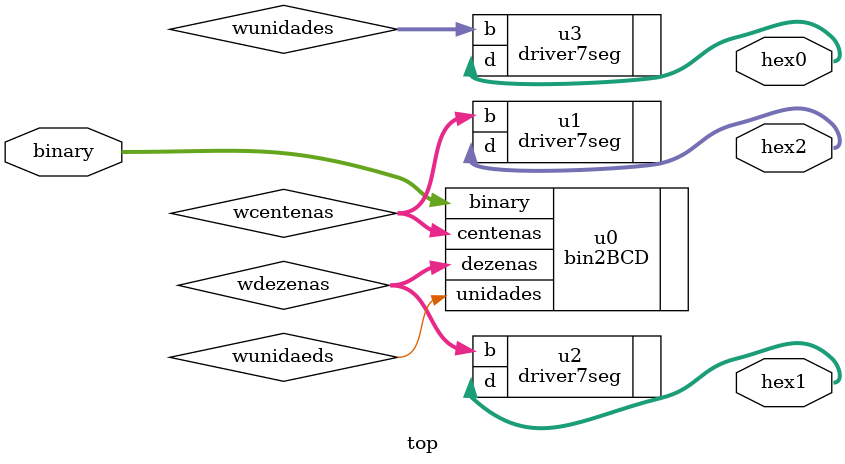
<source format=v>
module top(binary, hex2, hex1,hex0);
	//entrada-chaves
	input[7:0] binary;
	
	//saídas- display de sete seguimentos
	output [6:0] hex2,hex1,hex0;
	
	//Fios intermediários- centena, dezena e unidades da conversão de binários pra display
	wire [3:0] wcentenas, wdezenas, wunidades;
	
	//conversor binário--> BCD
	bin2BCD u0(.binary(binary), .centenas(wcentenas), .dezenas(wdezenas),  .unidades(wunidaeds));
	
	//conversor BCD --> display
	driver7seg u1 (.b(wcentenas), .d(hex2));
	driver7seg u2 (.b(wdezenas), .d(hex1));
	driver7seg u3 (.b(wunidades), .d(hex0));
endmodule
	
</source>
